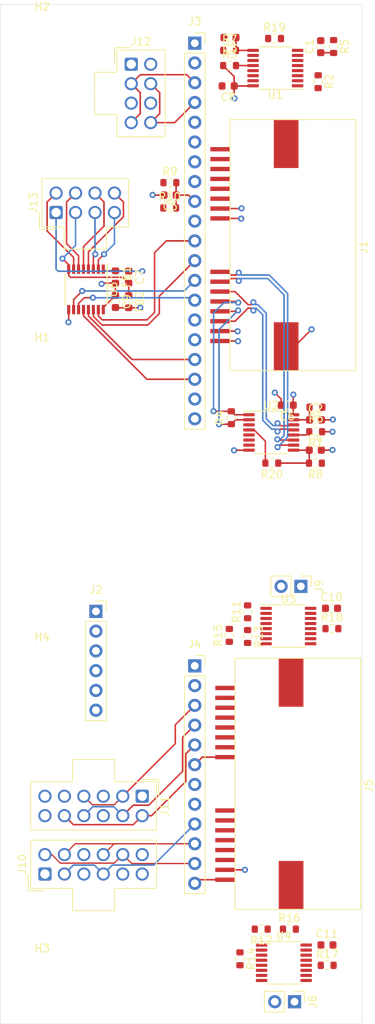
<source format=kicad_pcb>
(kicad_pcb (version 20171130) (host pcbnew "(5.1.7)-1")
  (layers (0 F.Cu signal) (1 In1.Cu power hide) (2 In2.Cu power hide) (31 B.Cu signal) (34 B.Paste user) (35 F.Paste user) (36 B.SilkS user) (37 F.SilkS user) (38 B.Mask user) (39 F.Mask user) (44 Edge.Cuts user))
  (net 0 "")
  (net 1 GNDD)
  (net 2 /CLK_1)
  (net 3 /CLK_2)
  (net 4 /CSn_1)
  (net 5 /CSn_2)
  (net 6 /MISO)
  (net 7 /CSn_1+)
  (net 8 /CLK_1+)
  (net 9 /MISO_1+)
  (net 10 +5V)
  (net 11 /CSn_1-)
  (net 12 /MISO_1-)
  (net 13 /CLK_1-)
  (net 14 /+3.3V)
  (net 15 /SCK)
  (net 16 /GPIO1)
  (net 17 /GPIO2)
  (net 18 /GPIO3)
  (net 19 /GPIO4)
  (net 20 /GPIO5)
  (net 21 /GPIO6)
  (net 22 /GPIO7)
  (net 23 /GPIO8)
  (net 24 /M1_A)
  (net 25 /M1_B)
  (net 26 /M1_Z)
  (net 27 /M0_A)
  (net 28 /M0_B)
  (net 29 /M0_Z)
  (net 30 /CLK_2-)
  (net 31 /MISO_2-)
  (net 32 /CSn_2-)
  (net 33 /MISO_2+)
  (net 34 /CLK_2+)
  (net 35 /CSn_2+)
  (net 36 "Net-(R1-Pad2)")
  (net 37 "Net-(R3-Pad2)")
  (net 38 /MISO_1)
  (net 39 /MISO_2)
  (net 40 /ENC0_B+)
  (net 41 /ENC0_Z-)
  (net 42 /ENC0_A-)
  (net 43 /ENC0_Z+)
  (net 44 /ENC0_B-)
  (net 45 /ENC0_A+)
  (net 46 /ENC1_A+)
  (net 47 /ENC1_B-)
  (net 48 /ENC1_Z+)
  (net 49 /ENC1_A-)
  (net 50 /ENC1_Z-)
  (net 51 /ENC1_B+)
  (net 52 "Net-(J8-Pad1)")
  (net 53 "Net-(J9-Pad1)")
  (net 54 /CAN_H)
  (net 55 /CAN_L)
  (net 56 GND1)
  (net 57 VDD1)
  (net 58 /ISO_DIR_2)
  (net 59 /ISO_STEP_2)
  (net 60 /ISO_UART_RX)
  (net 61 /ISO_UART_TX)
  (net 62 /ISO_DIR_1)
  (net 63 /ISO_STEP_1)
  (net 64 "Net-(R19-Pad2)")
  (net 65 "Net-(R20-Pad2)")
  (module Wetmelon:RJ45_RJSSE5380-02 (layer F.Cu) (at 128.27 88.265 90)
    (fp_text reference J1 (at 12.065 18.415 90) (layer F.SilkS))
    (fp_text value RJ45_Shielded_x2)
    (pad SH smd rect (at -0.6985 8.4709 90) (size 6.223 3.175) (layers F.Cu F.Paste F.Mask) (net 1 GNDD))
    (pad SH smd rect (at 25.3365 8.4709 90) (size 6.223 3.175) (layers F.Cu F.Paste F.Mask) (net 1 GNDD))
    (pad "" np_thru_hole circle (at 26.543 13.0556 90) (size 2.6924 2.6924) (drill 2.6924) (layers *.Cu *.Mask))
    (pad "" np_thru_hole circle (at -1.905 13.0556 90) (size 2.6924 2.6924) (drill 2.6924) (layers *.Cu *.Mask))
    (pad 7 smd rect (at 17.018 0 90) (size 0.5588 2.54) (layers F.Cu F.Paste F.Mask) (net 10 +5V))
    (pad 2 smd rect (at 23.368 0 90) (size 0.5588 2.54) (layers F.Cu F.Paste F.Mask) (net 11 /CSn_1-))
    (pad 4 smd rect (at 20.828 0 90) (size 0.5588 2.54) (layers F.Cu F.Paste F.Mask) (net 12 /MISO_1-))
    (pad 8 smd rect (at 15.748 0 90) (size 0.5588 2.54) (layers F.Cu F.Paste F.Mask) (net 1 GNDD))
    (pad 1 smd rect (at 24.638 0 90) (size 0.5588 2.54) (layers F.Cu F.Paste F.Mask) (net 7 /CSn_1+))
    (pad 5 smd rect (at 19.558 0 90) (size 0.5588 2.54) (layers F.Cu F.Paste F.Mask) (net 9 /MISO_1+))
    (pad 3 smd rect (at 22.098 0 90) (size 0.5588 2.54) (layers F.Cu F.Paste F.Mask) (net 8 /CLK_1+))
    (pad 6 smd rect (at 18.288 0 90) (size 0.5588 2.54) (layers F.Cu F.Paste F.Mask) (net 13 /CLK_1-))
    (pad 16 smd rect (at 0 0 90) (size 0.5588 2.54) (layers F.Cu F.Paste F.Mask) (net 1 GNDD))
    (pad 15 smd rect (at 1.27 0 90) (size 0.5588 2.54) (layers F.Cu F.Paste F.Mask) (net 10 +5V))
    (pad 14 smd rect (at 2.54 0 90) (size 0.5588 2.54) (layers F.Cu F.Paste F.Mask) (net 30 /CLK_2-))
    (pad 13 smd rect (at 3.81 0 90) (size 0.5588 2.54) (layers F.Cu F.Paste F.Mask) (net 33 /MISO_2+))
    (pad 12 smd rect (at 5.08 0 90) (size 0.5588 2.54) (layers F.Cu F.Paste F.Mask) (net 31 /MISO_2-))
    (pad 11 smd rect (at 6.35 0 90) (size 0.5588 2.54) (layers F.Cu F.Paste F.Mask) (net 34 /CLK_2+))
    (pad 10 smd rect (at 7.62 0 90) (size 0.5588 2.54) (layers F.Cu F.Paste F.Mask) (net 32 /CSn_2-))
    (pad 9 smd rect (at 8.89 0 90) (size 0.5588 2.54) (layers F.Cu F.Paste F.Mask) (net 35 /CSn_2+))
  )
  (module Wetmelon:RJ45_RJSSE5380-02 (layer F.Cu) (at 128.905 157.48 90)
    (fp_text reference J5 (at 12.065 18.415 90) (layer F.SilkS))
    (fp_text value RJ45_Shielded_x2)
    (pad SH smd rect (at -3.81 10.0584 90) (size 6.223 3.175) (drill (offset 3.1115 -1.5875)) (layers F.Cu F.Paste F.Mask) (net 1 GNDD))
    (pad SH smd rect (at 22.225 10.0584 90) (size 6.223 3.175) (drill (offset 3.1115 -1.5875)) (layers F.Cu F.Paste F.Mask) (net 1 GNDD))
    (pad "" np_thru_hole circle (at 26.543 13.0556 90) (size 2.6924 2.6924) (drill 2.6924) (layers *.Cu *.Mask))
    (pad "" np_thru_hole circle (at -1.905 13.0556 90) (size 2.6924 2.6924) (drill 2.6924) (layers *.Cu *.Mask))
    (pad 7 smd rect (at 17.018 0 90) (size 0.5588 2.54) (layers F.Cu F.Paste F.Mask) (net 10 +5V))
    (pad 2 smd rect (at 23.368 0 90) (size 0.5588 2.54) (layers F.Cu F.Paste F.Mask) (net 42 /ENC0_A-))
    (pad 4 smd rect (at 20.828 0 90) (size 0.5588 2.54) (layers F.Cu F.Paste F.Mask) (net 41 /ENC0_Z-))
    (pad 8 smd rect (at 15.748 0 90) (size 0.5588 2.54) (layers F.Cu F.Paste F.Mask) (net 1 GNDD))
    (pad 1 smd rect (at 24.638 0 90) (size 0.5588 2.54) (layers F.Cu F.Paste F.Mask) (net 45 /ENC0_A+))
    (pad 5 smd rect (at 19.558 0 90) (size 0.5588 2.54) (layers F.Cu F.Paste F.Mask) (net 43 /ENC0_Z+))
    (pad 3 smd rect (at 22.098 0 90) (size 0.5588 2.54) (layers F.Cu F.Paste F.Mask) (net 40 /ENC0_B+))
    (pad 6 smd rect (at 18.288 0 90) (size 0.5588 2.54) (layers F.Cu F.Paste F.Mask) (net 44 /ENC0_B-))
    (pad 16 smd rect (at 0 0 90) (size 0.5588 2.54) (layers F.Cu F.Paste F.Mask) (net 1 GNDD))
    (pad 15 smd rect (at 1.27 0 90) (size 0.5588 2.54) (layers F.Cu F.Paste F.Mask) (net 10 +5V))
    (pad 14 smd rect (at 2.54 0 90) (size 0.5588 2.54) (layers F.Cu F.Paste F.Mask) (net 47 /ENC1_B-))
    (pad 13 smd rect (at 3.81 0 90) (size 0.5588 2.54) (layers F.Cu F.Paste F.Mask) (net 48 /ENC1_Z+))
    (pad 12 smd rect (at 5.08 0 90) (size 0.5588 2.54) (layers F.Cu F.Paste F.Mask) (net 50 /ENC1_Z-))
    (pad 11 smd rect (at 6.35 0 90) (size 0.5588 2.54) (layers F.Cu F.Paste F.Mask) (net 51 /ENC1_B+))
    (pad 10 smd rect (at 7.62 0 90) (size 0.5588 2.54) (layers F.Cu F.Paste F.Mask) (net 49 /ENC1_A-))
    (pad 9 smd rect (at 8.89 0 90) (size 0.5588 2.54) (layers F.Cu F.Paste F.Mask) (net 46 /ENC1_A+))
  )
  (module Package_SO:SSOP-16_3.9x4.9mm_P0.635mm (layer F.Cu) (at 111.0234 81.6356 270)
    (fp_text reference U6 (at 0 -3.5 90) (layer F.SilkS))
    (fp_text value ISO7761DBQ)
    (pad 16 smd rect (at 2.6 -2.2225 270) (size 1.2 0.4) (layers F.Cu F.Paste F.Mask) (net 10 +5V))
    (pad 15 smd rect (at 2.6 -1.5875 270) (size 1.2 0.4) (layers F.Cu F.Paste F.Mask) (net 16 /GPIO1))
    (pad 14 smd rect (at 2.6 -0.9525 270) (size 1.2 0.4) (layers F.Cu F.Paste F.Mask) (net 17 /GPIO2))
    (pad 13 smd rect (at 2.6 -0.3175 270) (size 1.2 0.4) (layers F.Cu F.Paste F.Mask) (net 22 /GPIO7))
    (pad 12 smd rect (at 2.6 0.3175 270) (size 1.2 0.4) (layers F.Cu F.Paste F.Mask) (net 23 /GPIO8))
    (pad 11 smd rect (at 2.6 0.9525 270) (size 1.2 0.4) (layers F.Cu F.Paste F.Mask) (net 19 /GPIO4))
    (pad 10 smd rect (at 2.6 1.5875 270) (size 1.2 0.4) (layers F.Cu F.Paste F.Mask) (net 18 /GPIO3))
    (pad 9 smd rect (at 2.6 2.2225 270) (size 1.2 0.4) (layers F.Cu F.Paste F.Mask) (net 1 GNDD))
    (pad 8 smd rect (at -2.6 2.2225 270) (size 1.2 0.4) (layers F.Cu F.Paste F.Mask) (net 56 GND1))
    (pad 7 smd rect (at -2.6 1.5875 270) (size 1.2 0.4) (layers F.Cu F.Paste F.Mask) (net 61 /ISO_UART_TX))
    (pad 6 smd rect (at -2.6 0.9525 270) (size 1.2 0.4) (layers F.Cu F.Paste F.Mask) (net 60 /ISO_UART_RX))
    (pad 5 smd rect (at -2.6 0.3175 270) (size 1.2 0.4) (layers F.Cu F.Paste F.Mask) (net 58 /ISO_DIR_2))
    (pad 4 smd rect (at -2.6 -0.3175 270) (size 1.2 0.4) (layers F.Cu F.Paste F.Mask) (net 59 /ISO_STEP_2))
    (pad 3 smd rect (at -2.6 -0.9525 270) (size 1.2 0.4) (layers F.Cu F.Paste F.Mask) (net 62 /ISO_DIR_1))
    (pad 2 smd rect (at -2.6 -1.5875 270) (size 1.2 0.4) (layers F.Cu F.Paste F.Mask) (net 63 /ISO_STEP_1))
    (pad 1 smd rect (at -2.6 -2.2225 270) (size 1.2 0.4) (layers F.Cu F.Paste F.Mask) (net 57 VDD1))
  )
  (module Resistor_SMD:R_0603_1608Metric (layer F.Cu) (at 134.8994 103.95204 180)
    (fp_text reference R20 (at 0 -1.43 180) (layer F.SilkS))
    (fp_text value 0R)
    (pad 2 smd roundrect (at 0.825 0 180) (size 0.8 0.95) (layers F.Cu F.Paste F.Mask) (net 65 "Net-(R20-Pad2)"))
    (pad 1 smd roundrect (at -0.825 0 180) (size 0.8 0.95) (layers F.Cu F.Paste F.Mask) (net 5 /CSn_2))
  )
  (module Resistor_SMD:R_0603_1608Metric (layer F.Cu) (at 135.255 49.403)
    (fp_text reference R19 (at 0 -1.43 180) (layer F.SilkS))
    (fp_text value 0R)
    (pad 2 smd roundrect (at 0.825 0) (size 0.8 0.95) (layers F.Cu F.Paste F.Mask) (net 64 "Net-(R19-Pad2)"))
    (pad 1 smd roundrect (at -0.825 0) (size 0.8 0.95) (layers F.Cu F.Paste F.Mask) (net 4 /CSn_1))
  )
  (module Resistor_SMD:R_0603_1608Metric (layer F.Cu) (at 142.621 125.222)
    (fp_text reference R18 (at 0 -1.43) (layer F.SilkS))
    (fp_text value 3.3k)
    (pad 2 smd roundrect (at 0.825 0) (size 0.8 0.95) (layers F.Cu F.Paste F.Mask) (net 10 +5V))
    (pad 1 smd roundrect (at -0.825 0) (size 0.8 0.95) (layers F.Cu F.Paste F.Mask) (net 53 "Net-(J9-Pad1)"))
  )
  (module Resistor_SMD:R_0603_1608Metric (layer F.Cu) (at 142.0114 168.4782)
    (fp_text reference R17 (at 0 -1.43) (layer F.SilkS))
    (fp_text value 3.3k)
    (pad 2 smd roundrect (at 0.825 0) (size 0.8 0.95) (layers F.Cu F.Paste F.Mask) (net 10 +5V))
    (pad 1 smd roundrect (at -0.825 0) (size 0.8 0.95) (layers F.Cu F.Paste F.Mask) (net 52 "Net-(J8-Pad1)"))
  )
  (module Connector_Molex:Molex_Nano-Fit_105310-xx08_2x04_P2.50mm_Vertical (layer F.Cu) (at 107.182 71.754 90)
    (fp_text reference J13 (at 1.25 -2.92 90) (layer F.SilkS))
    (fp_text value ISO_GPIO)
    (pad "" np_thru_hole circle (at -1.34 3.75 90) (size 1.3 1.3) (drill 1.3) (layers *.Cu *.Mask))
    (pad 8 thru_hole circle (at 2.5 7.5 90) (size 1.7 1.7) (drill 1.2) (layers *.Cu *.Mask) (net 59 /ISO_STEP_2))
    (pad 7 thru_hole circle (at 2.5 5 90) (size 1.7 1.7) (drill 1.2) (layers *.Cu *.Mask) (net 58 /ISO_DIR_2))
    (pad 6 thru_hole circle (at 2.5 2.5 90) (size 1.7 1.7) (drill 1.2) (layers *.Cu *.Mask) (net 60 /ISO_UART_RX))
    (pad 5 thru_hole circle (at 2.5 0 90) (size 1.7 1.7) (drill 1.2) (layers *.Cu *.Mask) (net 61 /ISO_UART_TX))
    (pad 4 thru_hole circle (at 0 7.5 90) (size 1.7 1.7) (drill 1.2) (layers *.Cu *.Mask) (net 63 /ISO_STEP_1))
    (pad 3 thru_hole circle (at 0 5 90) (size 1.7 1.7) (drill 1.2) (layers *.Cu *.Mask) (net 62 /ISO_DIR_1))
    (pad 2 thru_hole circle (at 0 2.5 90) (size 1.7 1.7) (drill 1.2) (layers *.Cu *.Mask) (net 56 GND1))
    (pad 1 thru_hole roundrect (at 0 0 90) (size 1.7 1.7) (drill 1.2) (layers *.Cu *.Mask) (roundrect_rratio 0.147059) (net 57 VDD1))
  )
  (module Connector_PinHeader_2.54mm:PinHeader_1x02_P2.54mm_Vertical (layer F.Cu) (at 138.6332 119.7864 270)
    (fp_text reference J9 (at 0 -2.33 90) (layer F.SilkS))
    (fp_text value Jumper)
    (pad 2 thru_hole oval (at 0 2.54 270) (size 1.7 1.7) (drill 1) (layers *.Cu *.Mask) (net 1 GNDD))
    (pad 1 thru_hole rect (at 0 0 270) (size 1.7 1.7) (drill 1) (layers *.Cu *.Mask) (net 53 "Net-(J9-Pad1)"))
  )
  (module Connector_PinHeader_2.54mm:PinHeader_1x02_P2.54mm_Vertical (layer F.Cu) (at 137.8204 173.1518 270)
    (fp_text reference J8 (at 0 -2.33 90) (layer F.SilkS))
    (fp_text value Jumper)
    (pad 2 thru_hole oval (at 0 2.54 270) (size 1.7 1.7) (drill 1) (layers *.Cu *.Mask) (net 1 GNDD))
    (pad 1 thru_hole rect (at 0 0 270) (size 1.7 1.7) (drill 1) (layers *.Cu *.Mask) (net 52 "Net-(J8-Pad1)"))
  )
  (module Inductor_SMD:L_0603_1608Metric (layer F.Cu) (at 116.5098 83.2104 270)
    (fp_text reference FB2 (at 0 -1.43 90) (layer F.SilkS))
    (fp_text value 1kR)
    (pad 2 smd roundrect (at 0.7875 0 270) (size 0.875 0.95) (layers F.Cu F.Paste F.Mask) (net 1 GNDD))
    (pad 1 smd roundrect (at -0.7875 0 270) (size 0.875 0.95) (layers F.Cu F.Paste F.Mask) (net 56 GND1))
  )
  (module Inductor_SMD:L_0603_1608Metric (layer F.Cu) (at 114.808 80.0355 270)
    (fp_text reference FB1 (at 0 -1.43 90) (layer F.SilkS))
    (fp_text value 1kR)
    (pad 2 smd roundrect (at 0.7875 0 270) (size 0.875 0.95) (layers F.Cu F.Paste F.Mask) (net 10 +5V))
    (pad 1 smd roundrect (at -0.7875 0 270) (size 0.875 0.95) (layers F.Cu F.Paste F.Mask) (net 57 VDD1))
  )
  (module Capacitor_SMD:C_0603_1608Metric (layer F.Cu) (at 141.986 165.862)
    (fp_text reference C11 (at 0 -1.43) (layer F.SilkS))
    (fp_text value 100nF)
    (pad 2 smd roundrect (at 0.775 0) (size 0.9 0.95) (layers F.Cu F.Paste F.Mask) (net 1 GNDD))
    (pad 1 smd roundrect (at -0.775 0) (size 0.9 0.95) (layers F.Cu F.Paste F.Mask) (net 10 +5V))
  )
  (module Capacitor_SMD:C_0603_1608Metric (layer F.Cu) (at 142.5702 122.6058)
    (fp_text reference C10 (at 0 -1.43) (layer F.SilkS))
    (fp_text value 100nF)
    (pad 2 smd roundrect (at 0.775 0) (size 0.9 0.95) (layers F.Cu F.Paste F.Mask) (net 1 GNDD))
    (pad 1 smd roundrect (at -0.775 0) (size 0.9 0.95) (layers F.Cu F.Paste F.Mask) (net 10 +5V))
  )
  (module Capacitor_SMD:C_0603_1608Metric (layer F.Cu) (at 114.808 83.185 270)
    (fp_text reference C9 (at 0 -1.43 90) (layer F.SilkS))
    (fp_text value 100nF)
    (pad 2 smd roundrect (at 0.775 0 270) (size 0.9 0.95) (layers F.Cu F.Paste F.Mask) (net 1 GNDD))
    (pad 1 smd roundrect (at -0.775 0 270) (size 0.9 0.95) (layers F.Cu F.Paste F.Mask) (net 10 +5V))
  )
  (module Capacitor_SMD:C_0603_1608Metric (layer F.Cu) (at 129.286 55.499 180)
    (fp_text reference C8 (at 0 -1.43) (layer F.SilkS))
    (fp_text value 100nF)
    (pad 2 smd roundrect (at 0.775 0 180) (size 0.9 0.95) (layers F.Cu F.Paste F.Mask) (net 1 GNDD))
    (pad 1 smd roundrect (at -0.775 0 180) (size 0.9 0.95) (layers F.Cu F.Paste F.Mask) (net 10 +5V))
  )
  (module Capacitor_SMD:C_0603_1608Metric (layer F.Cu) (at 116.5098 80.0608 270)
    (fp_text reference C7 (at 0 -1.43 90) (layer F.SilkS))
    (fp_text value 100nF)
    (pad 2 smd roundrect (at 0.775 0 270) (size 0.9 0.95) (layers F.Cu F.Paste F.Mask) (net 56 GND1))
    (pad 1 smd roundrect (at -0.775 0 270) (size 0.9 0.95) (layers F.Cu F.Paste F.Mask) (net 57 VDD1))
  )
  (module Capacitor_SMD:C_0603_1608Metric (layer F.Cu) (at 136.8806 96.50984 180)
    (fp_text reference C6 (at 0 -1.43 180) (layer F.SilkS))
    (fp_text value 100nF)
    (pad 2 smd roundrect (at 0.775 0 180) (size 0.9 0.95) (layers F.Cu F.Paste F.Mask) (net 1 GNDD))
    (pad 1 smd roundrect (at -0.775 0 180) (size 0.9 0.95) (layers F.Cu F.Paste F.Mask) (net 10 +5V))
  )
  (module Connector_Molex:Molex_Nano-Fit_105310-xx08_2x04_P2.50mm_Vertical (layer F.Cu) (at 116.84 52.705)
    (fp_text reference J12 (at 1.25 -2.92) (layer F.SilkS))
    (fp_text value CAN_Header)
    (pad "" np_thru_hole circle (at -1.34 3.75) (size 1.3 1.3) (drill 1.3) (layers *.Cu *.Mask))
    (pad 8 thru_hole circle (at 2.5 7.5) (size 1.7 1.7) (drill 1.2) (layers *.Cu *.Mask) (net 55 /CAN_L))
    (pad 7 thru_hole circle (at 2.5 5) (size 1.7 1.7) (drill 1.2) (layers *.Cu *.Mask) (net 1 GNDD))
    (pad 6 thru_hole circle (at 2.5 2.5) (size 1.7 1.7) (drill 1.2) (layers *.Cu *.Mask) (net 55 /CAN_L))
    (pad 5 thru_hole circle (at 2.5 0) (size 1.7 1.7) (drill 1.2) (layers *.Cu *.Mask) (net 1 GNDD))
    (pad 4 thru_hole circle (at 0 7.5) (size 1.7 1.7) (drill 1.2) (layers *.Cu *.Mask) (net 54 /CAN_H))
    (pad 3 thru_hole circle (at 0 5) (size 1.7 1.7) (drill 1.2) (layers *.Cu *.Mask) (net 10 +5V))
    (pad 2 thru_hole circle (at 0 2.5) (size 1.7 1.7) (drill 1.2) (layers *.Cu *.Mask) (net 54 /CAN_H))
    (pad 1 thru_hole roundrect (at 0 0) (size 1.7 1.7) (drill 1.2) (layers *.Cu *.Mask) (roundrect_rratio 0.147059) (net 10 +5V))
  )
  (module Connector_Molex:Molex_Nano-Fit_105310-xx12_2x06_P2.50mm_Vertical (layer F.Cu) (at 118.25 146.75 270)
    (fp_text reference J11 (at 1.25 -2.92 90) (layer F.SilkS))
    (fp_text value Encoder_1)
    (pad "" np_thru_hole circle (at -1.34 6.25 270) (size 1.3 1.3) (drill 1.3) (layers *.Cu *.Mask))
    (pad 12 thru_hole circle (at 2.5 12.5 270) (size 1.7 1.7) (drill 1.2) (layers *.Cu *.Mask))
    (pad 11 thru_hole circle (at 2.5 10 270) (size 1.7 1.7) (drill 1.2) (layers *.Cu *.Mask) (net 26 /M1_Z))
    (pad 10 thru_hole circle (at 2.5 7.5 270) (size 1.7 1.7) (drill 1.2) (layers *.Cu *.Mask) (net 25 /M1_B))
    (pad 9 thru_hole circle (at 2.5 5 270) (size 1.7 1.7) (drill 1.2) (layers *.Cu *.Mask) (net 1 GNDD))
    (pad 8 thru_hole circle (at 2.5 2.5 270) (size 1.7 1.7) (drill 1.2) (layers *.Cu *.Mask) (net 25 /M1_B))
    (pad 7 thru_hole circle (at 2.5 0 270) (size 1.7 1.7) (drill 1.2) (layers *.Cu *.Mask) (net 26 /M1_Z))
    (pad 6 thru_hole circle (at 0 12.5 270) (size 1.7 1.7) (drill 1.2) (layers *.Cu *.Mask))
    (pad 5 thru_hole circle (at 0 10 270) (size 1.7 1.7) (drill 1.2) (layers *.Cu *.Mask) (net 10 +5V))
    (pad 4 thru_hole circle (at 0 7.5 270) (size 1.7 1.7) (drill 1.2) (layers *.Cu *.Mask) (net 24 /M1_A))
    (pad 3 thru_hole circle (at 0 5 270) (size 1.7 1.7) (drill 1.2) (layers *.Cu *.Mask) (net 1 GNDD))
    (pad 2 thru_hole circle (at 0 2.5 270) (size 1.7 1.7) (drill 1.2) (layers *.Cu *.Mask) (net 24 /M1_A))
    (pad 1 thru_hole roundrect (at 0 0 270) (size 1.7 1.7) (drill 1.2) (layers *.Cu *.Mask) (roundrect_rratio 0.147059) (net 10 +5V))
  )
  (module Connector_Molex:Molex_Nano-Fit_105310-xx12_2x06_P2.50mm_Vertical (layer F.Cu) (at 105.75 156.75 90)
    (fp_text reference J10 (at 1.25 -2.92 90) (layer F.SilkS))
    (fp_text value Encoder_0)
    (pad "" np_thru_hole circle (at -1.34 6.25 90) (size 1.3 1.3) (drill 1.3) (layers *.Cu *.Mask))
    (pad 12 thru_hole circle (at 2.5 12.5 90) (size 1.7 1.7) (drill 1.2) (layers *.Cu *.Mask))
    (pad 11 thru_hole circle (at 2.5 10 90) (size 1.7 1.7) (drill 1.2) (layers *.Cu *.Mask) (net 29 /M0_Z))
    (pad 10 thru_hole circle (at 2.5 7.5 90) (size 1.7 1.7) (drill 1.2) (layers *.Cu *.Mask) (net 28 /M0_B))
    (pad 9 thru_hole circle (at 2.5 5 90) (size 1.7 1.7) (drill 1.2) (layers *.Cu *.Mask) (net 1 GNDD))
    (pad 8 thru_hole circle (at 2.5 2.5 90) (size 1.7 1.7) (drill 1.2) (layers *.Cu *.Mask) (net 28 /M0_B))
    (pad 7 thru_hole circle (at 2.5 0 90) (size 1.7 1.7) (drill 1.2) (layers *.Cu *.Mask) (net 29 /M0_Z))
    (pad 6 thru_hole circle (at 0 12.5 90) (size 1.7 1.7) (drill 1.2) (layers *.Cu *.Mask))
    (pad 5 thru_hole circle (at 0 10 90) (size 1.7 1.7) (drill 1.2) (layers *.Cu *.Mask) (net 10 +5V))
    (pad 4 thru_hole circle (at 0 7.5 90) (size 1.7 1.7) (drill 1.2) (layers *.Cu *.Mask) (net 27 /M0_A))
    (pad 3 thru_hole circle (at 0 5 90) (size 1.7 1.7) (drill 1.2) (layers *.Cu *.Mask) (net 1 GNDD))
    (pad 2 thru_hole circle (at 0 2.5 90) (size 1.7 1.7) (drill 1.2) (layers *.Cu *.Mask) (net 27 /M0_A))
    (pad 1 thru_hole roundrect (at 0 0 90) (size 1.7 1.7) (drill 1.2) (layers *.Cu *.Mask) (roundrect_rratio 0.147059) (net 10 +5V))
  )
  (module Capacitor_SMD:C_0603_1608Metric (layer F.Cu) (at 141.18844 50.4444 90)
    (fp_text reference C1 (at 0 -1.43 90) (layer F.SilkS))
    (fp_text value 22pF)
    (pad 2 smd roundrect (at 0.775 0 90) (size 0.9 0.95) (layers F.Cu F.Paste F.Mask) (net 1 GNDD))
    (pad 1 smd roundrect (at -0.775 0 90) (size 0.9 0.95) (layers F.Cu F.Paste F.Mask) (net 2 /CLK_1))
  )
  (module Capacitor_SMD:C_0603_1608Metric (layer F.Cu) (at 140.5128 98.3996)
    (fp_text reference C2 (at 0 -1.43) (layer F.SilkS))
    (fp_text value 22pF)
    (pad 1 smd roundrect (at -0.775 0) (size 0.9 0.95) (layers F.Cu F.Paste F.Mask) (net 3 /CLK_2))
    (pad 2 smd roundrect (at 0.775 0) (size 0.9 0.95) (layers F.Cu F.Paste F.Mask) (net 1 GNDD))
  )
  (module Capacitor_SMD:C_0603_1608Metric (layer F.Cu) (at 129.527 49.276 180)
    (fp_text reference C3 (at 0 -1.43) (layer F.SilkS))
    (fp_text value 22pF)
    (pad 1 smd roundrect (at -0.775 0 180) (size 0.9 0.95) (layers F.Cu F.Paste F.Mask) (net 4 /CSn_1))
    (pad 2 smd roundrect (at 0.775 0 180) (size 0.9 0.95) (layers F.Cu F.Paste F.Mask) (net 1 GNDD))
  )
  (module Capacitor_SMD:C_0603_1608Metric (layer F.Cu) (at 140.4874 102.2858)
    (fp_text reference C4 (at 0 -1.43) (layer F.SilkS))
    (fp_text value 22pF)
    (pad 2 smd roundrect (at 0.775 0) (size 0.9 0.95) (layers F.Cu F.Paste F.Mask) (net 1 GNDD))
    (pad 1 smd roundrect (at -0.775 0) (size 0.9 0.95) (layers F.Cu F.Paste F.Mask) (net 5 /CSn_2))
  )
  (module Capacitor_SMD:C_0603_1608Metric (layer F.Cu) (at 121.8308 69.5198 180)
    (fp_text reference C5 (at 0 -1.43) (layer F.SilkS))
    (fp_text value 22pF)
    (pad 1 smd roundrect (at -0.775 0 180) (size 0.9 0.95) (layers F.Cu F.Paste F.Mask) (net 6 /MISO))
    (pad 2 smd roundrect (at 0.775 0 180) (size 0.9 0.95) (layers F.Cu F.Paste F.Mask) (net 1 GNDD))
  )
  (module MountingHole:MountingHole_3.2mm_M3 (layer F.Cu) (at 105.4 92)
    (fp_text reference H1 (at 0 -4.2) (layer F.SilkS))
    (fp_text value MountingHole)
    (pad 1 np_thru_hole circle (at 0 0) (size 3.2 3.2) (drill 3.2) (layers *.Cu *.Mask))
  )
  (module MountingHole:MountingHole_3.2mm_M3 (layer F.Cu) (at 105.4 49.5)
    (fp_text reference H2 (at 0 -4.2) (layer F.SilkS))
    (fp_text value MountingHole)
    (pad 1 np_thru_hole circle (at 0 0) (size 3.2 3.2) (drill 3.2) (layers *.Cu *.Mask))
  )
  (module MountingHole:MountingHole_3.2mm_M3 (layer F.Cu) (at 105.4 170.5)
    (fp_text reference H3 (at 0 -4.2) (layer F.SilkS))
    (fp_text value MountingHole)
    (pad 1 np_thru_hole circle (at 0 0) (size 3.2 3.2) (drill 3.2) (layers *.Cu *.Mask))
  )
  (module MountingHole:MountingHole_3.2mm_M3 (layer F.Cu) (at 105.4 130.5)
    (fp_text reference H4 (at 0 -4.2) (layer F.SilkS))
    (fp_text value MountingHole)
    (pad 1 np_thru_hole circle (at 0 0) (size 3.2 3.2) (drill 3.2) (layers *.Cu *.Mask))
  )
  (module Connector_PinSocket_2.54mm:PinSocket_1x06_P2.54mm_Vertical (layer F.Cu) (at 112.3 123)
    (fp_text reference J2 (at 0 -2.77) (layer F.SilkS))
    (fp_text value Conn_01x06)
    (pad 1 thru_hole rect (at 0 0) (size 1.7 1.7) (drill 1) (layers *.Cu *.Mask) (net 10 +5V))
    (pad 2 thru_hole oval (at 0 2.54) (size 1.7 1.7) (drill 1) (layers *.Cu *.Mask) (net 14 /+3.3V))
    (pad 3 thru_hole oval (at 0 5.08) (size 1.7 1.7) (drill 1) (layers *.Cu *.Mask))
    (pad 4 thru_hole oval (at 0 7.62) (size 1.7 1.7) (drill 1) (layers *.Cu *.Mask) (net 1 GNDD))
    (pad 5 thru_hole oval (at 0 10.16) (size 1.7 1.7) (drill 1) (layers *.Cu *.Mask))
    (pad 6 thru_hole oval (at 0 12.7) (size 1.7 1.7) (drill 1) (layers *.Cu *.Mask))
  )
  (module Connector_PinSocket_2.54mm:PinSocket_1x20_P2.54mm_Vertical (layer F.Cu) (at 125 50)
    (fp_text reference J3 (at 0 -2.77) (layer F.SilkS))
    (fp_text value Conn_01x20)
    (pad 1 thru_hole rect (at 0 0) (size 1.7 1.7) (drill 1) (layers *.Cu *.Mask) (net 14 /+3.3V))
    (pad 2 thru_hole oval (at 0 2.54) (size 1.7 1.7) (drill 1) (layers *.Cu *.Mask) (net 1 GNDD))
    (pad 3 thru_hole oval (at 0 5.08) (size 1.7 1.7) (drill 1) (layers *.Cu *.Mask) (net 54 /CAN_H))
    (pad 4 thru_hole oval (at 0 7.62) (size 1.7 1.7) (drill 1) (layers *.Cu *.Mask) (net 55 /CAN_L))
    (pad 5 thru_hole oval (at 0 10.16) (size 1.7 1.7) (drill 1) (layers *.Cu *.Mask) (net 1 GNDD))
    (pad 6 thru_hole oval (at 0 12.7) (size 1.7 1.7) (drill 1) (layers *.Cu *.Mask))
    (pad 7 thru_hole oval (at 0 15.24) (size 1.7 1.7) (drill 1) (layers *.Cu *.Mask))
    (pad 8 thru_hole oval (at 0 17.78) (size 1.7 1.7) (drill 1) (layers *.Cu *.Mask) (net 15 /SCK))
    (pad 9 thru_hole oval (at 0 20.32) (size 1.7 1.7) (drill 1) (layers *.Cu *.Mask) (net 6 /MISO))
    (pad 10 thru_hole oval (at 0 22.86) (size 1.7 1.7) (drill 1) (layers *.Cu *.Mask))
    (pad 11 thru_hole oval (at 0 25.4) (size 1.7 1.7) (drill 1) (layers *.Cu *.Mask) (net 16 /GPIO1))
    (pad 12 thru_hole oval (at 0 27.94) (size 1.7 1.7) (drill 1) (layers *.Cu *.Mask) (net 17 /GPIO2))
    (pad 13 thru_hole oval (at 0 30.48) (size 1.7 1.7) (drill 1) (layers *.Cu *.Mask) (net 18 /GPIO3))
    (pad 14 thru_hole oval (at 0 33.02) (size 1.7 1.7) (drill 1) (layers *.Cu *.Mask) (net 19 /GPIO4))
    (pad 15 thru_hole oval (at 0 35.56) (size 1.7 1.7) (drill 1) (layers *.Cu *.Mask) (net 20 /GPIO5))
    (pad 16 thru_hole oval (at 0 38.1) (size 1.7 1.7) (drill 1) (layers *.Cu *.Mask) (net 21 /GPIO6))
    (pad 17 thru_hole oval (at 0 40.64) (size 1.7 1.7) (drill 1) (layers *.Cu *.Mask) (net 22 /GPIO7))
    (pad 18 thru_hole oval (at 0 43.18) (size 1.7 1.7) (drill 1) (layers *.Cu *.Mask) (net 23 /GPIO8))
    (pad 19 thru_hole oval (at 0 45.72) (size 1.7 1.7) (drill 1) (layers *.Cu *.Mask) (net 1 GNDD))
    (pad 20 thru_hole oval (at 0 48.26) (size 1.7 1.7) (drill 1) (layers *.Cu *.Mask) (net 1 GNDD))
  )
  (module Connector_PinSocket_2.54mm:PinSocket_1x12_P2.54mm_Vertical (layer F.Cu) (at 125 130)
    (fp_text reference J4 (at 0 -2.77) (layer F.SilkS))
    (fp_text value Conn_01x12)
    (pad 1 thru_hole rect (at 0 0) (size 1.7 1.7) (drill 1) (layers *.Cu *.Mask) (net 14 /+3.3V))
    (pad 2 thru_hole oval (at 0 2.54) (size 1.7 1.7) (drill 1) (layers *.Cu *.Mask) (net 10 +5V))
    (pad 3 thru_hole oval (at 0 5.08) (size 1.7 1.7) (drill 1) (layers *.Cu *.Mask) (net 24 /M1_A))
    (pad 4 thru_hole oval (at 0 7.62) (size 1.7 1.7) (drill 1) (layers *.Cu *.Mask) (net 25 /M1_B))
    (pad 5 thru_hole oval (at 0 10.16) (size 1.7 1.7) (drill 1) (layers *.Cu *.Mask) (net 26 /M1_Z))
    (pad 6 thru_hole oval (at 0 12.7) (size 1.7 1.7) (drill 1) (layers *.Cu *.Mask) (net 1 GNDD))
    (pad 7 thru_hole oval (at 0 15.24) (size 1.7 1.7) (drill 1) (layers *.Cu *.Mask) (net 14 /+3.3V))
    (pad 8 thru_hole oval (at 0 17.78) (size 1.7 1.7) (drill 1) (layers *.Cu *.Mask) (net 10 +5V))
    (pad 9 thru_hole oval (at 0 20.32) (size 1.7 1.7) (drill 1) (layers *.Cu *.Mask) (net 27 /M0_A))
    (pad 10 thru_hole oval (at 0 22.86) (size 1.7 1.7) (drill 1) (layers *.Cu *.Mask) (net 28 /M0_B))
    (pad 11 thru_hole oval (at 0 25.4) (size 1.7 1.7) (drill 1) (layers *.Cu *.Mask) (net 29 /M0_Z))
    (pad 12 thru_hole oval (at 0 27.94) (size 1.7 1.7) (drill 1) (layers *.Cu *.Mask) (net 1 GNDD))
  )
  (module Resistor_SMD:R_0603_1608Metric (layer F.Cu) (at 140.5382 99.9236 180)
    (fp_text reference R1 (at 0 -1.43 180) (layer F.SilkS))
    (fp_text value 3.3k)
    (pad 2 smd roundrect (at 0.825 0 180) (size 0.8 0.95) (layers F.Cu F.Paste F.Mask) (net 36 "Net-(R1-Pad2)"))
    (pad 1 smd roundrect (at -0.825 0 180) (size 0.8 0.95) (layers F.Cu F.Paste F.Mask) (net 10 +5V))
  )
  (module Resistor_SMD:R_0603_1608Metric (layer F.Cu) (at 140.855 54.95 270)
    (fp_text reference R2 (at 0 -1.43 270) (layer F.SilkS))
    (fp_text value 100)
    (pad 1 smd roundrect (at -0.825 0 270) (size 0.8 0.95) (layers F.Cu F.Paste F.Mask) (net 9 /MISO_1+))
    (pad 2 smd roundrect (at 0.825 0 270) (size 0.8 0.95) (layers F.Cu F.Paste F.Mask) (net 12 /MISO_1-))
  )
  (module Resistor_SMD:R_0603_1608Metric (layer F.Cu) (at 129.475 52.875)
    (fp_text reference R3 (at 0 -1.43) (layer F.SilkS))
    (fp_text value 3.3k)
    (pad 1 smd roundrect (at -0.825 0) (size 0.8 0.95) (layers F.Cu F.Paste F.Mask) (net 10 +5V))
    (pad 2 smd roundrect (at 0.825 0) (size 0.8 0.95) (layers F.Cu F.Paste F.Mask) (net 37 "Net-(R3-Pad2)"))
  )
  (module Resistor_SMD:R_0603_1608Metric (layer F.Cu) (at 129.6924 98.1202 90)
    (fp_text reference R4 (at 0 -1.43 270) (layer F.SilkS))
    (fp_text value 100)
    (pad 1 smd roundrect (at -0.825 0 90) (size 0.8 0.95) (layers F.Cu F.Paste F.Mask) (net 33 /MISO_2+))
    (pad 2 smd roundrect (at 0.825 0 90) (size 0.8 0.95) (layers F.Cu F.Paste F.Mask) (net 31 /MISO_2-))
  )
  (module Resistor_SMD:R_0603_1608Metric (layer F.Cu) (at 142.83944 50.4312 270)
    (fp_text reference R5 (at 0 -1.43 270) (layer F.SilkS))
    (fp_text value 680)
    (pad 1 smd roundrect (at -0.825 0 270) (size 0.8 0.95) (layers F.Cu F.Paste F.Mask) (net 15 /SCK))
    (pad 2 smd roundrect (at 0.825 0 270) (size 0.8 0.95) (layers F.Cu F.Paste F.Mask) (net 2 /CLK_1))
  )
  (module Resistor_SMD:R_0603_1608Metric (layer F.Cu) (at 140.5758 96.774 180)
    (fp_text reference R6 (at 0 -1.43 180) (layer F.SilkS))
    (fp_text value 680)
    (pad 1 smd roundrect (at -0.825 0 180) (size 0.8 0.95) (layers F.Cu F.Paste F.Mask) (net 15 /SCK))
    (pad 2 smd roundrect (at 0.825 0 180) (size 0.8 0.95) (layers F.Cu F.Paste F.Mask) (net 3 /CLK_2))
  )
  (module Resistor_SMD:R_0603_1608Metric (layer F.Cu) (at 129.477 50.927)
    (fp_text reference R7 (at 0 -1.43) (layer F.SilkS))
    (fp_text value 680)
    (pad 1 smd roundrect (at -0.825 0) (size 0.8 0.95) (layers F.Cu F.Paste F.Mask) (net 20 /GPIO5))
    (pad 2 smd roundrect (at 0.825 0) (size 0.8 0.95) (layers F.Cu F.Paste F.Mask) (net 4 /CSn_1))
  )
  (module Resistor_SMD:R_0603_1608Metric (layer F.Cu) (at 140.50264 103.9622 180)
    (fp_text reference R8 (at 0 -1.43 180) (layer F.SilkS))
    (fp_text value 680)
    (pad 2 smd roundrect (at 0.825 0 180) (size 0.8 0.95) (layers F.Cu F.Paste F.Mask) (net 5 /CSn_2))
    (pad 1 smd roundrect (at -0.825 0 180) (size 0.8 0.95) (layers F.Cu F.Paste F.Mask) (net 21 /GPIO6))
  )
  (module Resistor_SMD:R_0603_1608Metric (layer F.Cu) (at 121.8062 67.9196)
    (fp_text reference R9 (at 0 -1.43 180) (layer F.SilkS))
    (fp_text value 680)
    (pad 2 smd roundrect (at 0.825 0) (size 0.8 0.95) (layers F.Cu F.Paste F.Mask) (net 6 /MISO))
    (pad 1 smd roundrect (at -0.825 0) (size 0.8 0.95) (layers F.Cu F.Paste F.Mask) (net 38 /MISO_1))
  )
  (module Resistor_SMD:R_0603_1608Metric (layer F.Cu) (at 121.7808 71.1708)
    (fp_text reference R10 (at 0 -1.43) (layer F.SilkS))
    (fp_text value 680)
    (pad 2 smd roundrect (at 0.825 0) (size 0.8 0.95) (layers F.Cu F.Paste F.Mask) (net 6 /MISO))
    (pad 1 smd roundrect (at -0.825 0) (size 0.8 0.95) (layers F.Cu F.Paste F.Mask) (net 39 /MISO_2))
  )
  (module Package_SO:TSSOP-16_4.4x5mm_P0.65mm (layer F.Cu) (at 135.355 53.2 180)
    (fp_text reference U1 (at 0 -3.45 180) (layer F.SilkS))
    (fp_text value SN75C1167)
    (pad 1 smd roundrect (at -2.8625 -2.275 180) (size 1.475 0.4) (layers F.Cu F.Paste F.Mask) (net 12 /MISO_1-))
    (pad 2 smd roundrect (at -2.8625 -1.625 180) (size 1.475 0.4) (layers F.Cu F.Paste F.Mask) (net 9 /MISO_1+))
    (pad 3 smd roundrect (at -2.8625 -0.975 180) (size 1.475 0.4) (layers F.Cu F.Paste F.Mask) (net 38 /MISO_1))
    (pad 4 smd roundrect (at -2.8625 -0.325 180) (size 1.475 0.4) (layers F.Cu F.Paste F.Mask) (net 64 "Net-(R19-Pad2)"))
    (pad 5 smd roundrect (at -2.8625 0.325 180) (size 1.475 0.4) (layers F.Cu F.Paste F.Mask))
    (pad 6 smd roundrect (at -2.8625 0.975 180) (size 1.475 0.4) (layers F.Cu F.Paste F.Mask))
    (pad 7 smd roundrect (at -2.8625 1.625 180) (size 1.475 0.4) (layers F.Cu F.Paste F.Mask))
    (pad 8 smd roundrect (at -2.8625 2.275 180) (size 1.475 0.4) (layers F.Cu F.Paste F.Mask) (net 1 GNDD))
    (pad 9 smd roundrect (at 2.8625 2.275 180) (size 1.475 0.4) (layers F.Cu F.Paste F.Mask) (net 4 /CSn_1))
    (pad 10 smd roundrect (at 2.8625 1.625 180) (size 1.475 0.4) (layers F.Cu F.Paste F.Mask) (net 7 /CSn_1+))
    (pad 11 smd roundrect (at 2.8625 0.975 180) (size 1.475 0.4) (layers F.Cu F.Paste F.Mask) (net 11 /CSn_1-))
    (pad 12 smd roundrect (at 2.8625 0.325 180) (size 1.475 0.4) (layers F.Cu F.Paste F.Mask) (net 37 "Net-(R3-Pad2)"))
    (pad 13 smd roundrect (at 2.8625 -0.325 180) (size 1.475 0.4) (layers F.Cu F.Paste F.Mask) (net 13 /CLK_1-))
    (pad 14 smd roundrect (at 2.8625 -0.975 180) (size 1.475 0.4) (layers F.Cu F.Paste F.Mask) (net 8 /CLK_1+))
    (pad 15 smd roundrect (at 2.8625 -1.625 180) (size 1.475 0.4) (layers F.Cu F.Paste F.Mask) (net 2 /CLK_1))
    (pad 16 smd roundrect (at 2.8625 -2.275 180) (size 1.475 0.4) (layers F.Cu F.Paste F.Mask) (net 10 +5V))
  )
  (module Package_SO:TSSOP-16_4.4x5mm_P0.65mm (layer F.Cu) (at 134.8309 100.0142)
    (fp_text reference U2 (at 0 -3.45) (layer F.SilkS))
    (fp_text value SN75C1167)
    (pad 16 smd roundrect (at 2.8625 -2.275) (size 1.475 0.4) (layers F.Cu F.Paste F.Mask) (net 10 +5V))
    (pad 15 smd roundrect (at 2.8625 -1.625) (size 1.475 0.4) (layers F.Cu F.Paste F.Mask) (net 3 /CLK_2))
    (pad 14 smd roundrect (at 2.8625 -0.975) (size 1.475 0.4) (layers F.Cu F.Paste F.Mask) (net 34 /CLK_2+))
    (pad 13 smd roundrect (at 2.8625 -0.325) (size 1.475 0.4) (layers F.Cu F.Paste F.Mask) (net 30 /CLK_2-))
    (pad 12 smd roundrect (at 2.8625 0.325) (size 1.475 0.4) (layers F.Cu F.Paste F.Mask) (net 36 "Net-(R1-Pad2)"))
    (pad 11 smd roundrect (at 2.8625 0.975) (size 1.475 0.4) (layers F.Cu F.Paste F.Mask) (net 32 /CSn_2-))
    (pad 10 smd roundrect (at 2.8625 1.625) (size 1.475 0.4) (layers F.Cu F.Paste F.Mask) (net 35 /CSn_2+))
    (pad 9 smd roundrect (at 2.8625 2.275) (size 1.475 0.4) (layers F.Cu F.Paste F.Mask) (net 5 /CSn_2))
    (pad 8 smd roundrect (at -2.8625 2.275) (size 1.475 0.4) (layers F.Cu F.Paste F.Mask) (net 1 GNDD))
    (pad 7 smd roundrect (at -2.8625 1.625) (size 1.475 0.4) (layers F.Cu F.Paste F.Mask))
    (pad 6 smd roundrect (at -2.8625 0.975) (size 1.475 0.4) (layers F.Cu F.Paste F.Mask))
    (pad 5 smd roundrect (at -2.8625 0.325) (size 1.475 0.4) (layers F.Cu F.Paste F.Mask))
    (pad 4 smd roundrect (at -2.8625 -0.325) (size 1.475 0.4) (layers F.Cu F.Paste F.Mask) (net 65 "Net-(R20-Pad2)"))
    (pad 3 smd roundrect (at -2.8625 -0.975) (size 1.475 0.4) (layers F.Cu F.Paste F.Mask) (net 39 /MISO_2))
    (pad 2 smd roundrect (at -2.8625 -1.625) (size 1.475 0.4) (layers F.Cu F.Paste F.Mask) (net 33 /MISO_2+))
    (pad 1 smd roundrect (at -2.8625 -2.275) (size 1.475 0.4) (layers F.Cu F.Paste F.Mask) (net 31 /MISO_2-))
  )
  (module Resistor_SMD:R_0603_1608Metric (layer F.Cu) (at 131.7906 123.0554 90)
    (fp_text reference R11 (at 0 -1.43 90) (layer F.SilkS))
    (fp_text value 100)
    (pad 2 smd roundrect (at 0.825 0 90) (size 0.8 0.95) (layers F.Cu F.Paste F.Mask) (net 42 /ENC0_A-))
    (pad 1 smd roundrect (at -0.825 0 90) (size 0.8 0.95) (layers F.Cu F.Paste F.Mask) (net 45 /ENC0_A+))
  )
  (module Resistor_SMD:R_0603_1608Metric (layer F.Cu) (at 133.54 163.83 180)
    (fp_text reference R12 (at 0 -1.43 180) (layer F.SilkS))
    (fp_text value 100)
    (pad 2 smd roundrect (at 0.825 0 180) (size 0.8 0.95) (layers F.Cu F.Paste F.Mask) (net 49 /ENC1_A-))
    (pad 1 smd roundrect (at -0.825 0 180) (size 0.8 0.95) (layers F.Cu F.Paste F.Mask) (net 46 /ENC1_A+))
  )
  (module Resistor_SMD:R_0603_1608Metric (layer F.Cu) (at 131.7906 126.2294 270)
    (fp_text reference R13 (at 0 -1.43 90) (layer F.SilkS))
    (fp_text value 100)
    (pad 1 smd roundrect (at -0.825 0 270) (size 0.8 0.95) (layers F.Cu F.Paste F.Mask) (net 40 /ENC0_B+))
    (pad 2 smd roundrect (at 0.825 0 270) (size 0.8 0.95) (layers F.Cu F.Paste F.Mask) (net 44 /ENC0_B-))
  )
  (module Resistor_SMD:R_0603_1608Metric (layer F.Cu) (at 130.81 167.64 270)
    (fp_text reference R14 (at 0 -1.43 270) (layer F.SilkS))
    (fp_text value 100)
    (pad 1 smd roundrect (at -0.825 0 270) (size 0.8 0.95) (layers F.Cu F.Paste F.Mask) (net 51 /ENC1_B+))
    (pad 2 smd roundrect (at 0.825 0 270) (size 0.8 0.95) (layers F.Cu F.Paste F.Mask) (net 47 /ENC1_B-))
  )
  (module Resistor_SMD:R_0603_1608Metric (layer F.Cu) (at 129.4384 126.0856 90)
    (fp_text reference R15 (at 0 -1.43 90) (layer F.SilkS))
    (fp_text value 100)
    (pad 1 smd roundrect (at -0.825 0 90) (size 0.8 0.95) (layers F.Cu F.Paste F.Mask) (net 43 /ENC0_Z+))
    (pad 2 smd roundrect (at 0.825 0 90) (size 0.8 0.95) (layers F.Cu F.Paste F.Mask) (net 41 /ENC0_Z-))
  )
  (module Resistor_SMD:R_0603_1608Metric (layer F.Cu) (at 137.16 163.83)
    (fp_text reference R16 (at 0 -1.43) (layer F.SilkS))
    (fp_text value 100)
    (pad 1 smd roundrect (at -0.825 0) (size 0.8 0.95) (layers F.Cu F.Paste F.Mask) (net 48 /ENC1_Z+))
    (pad 2 smd roundrect (at 0.825 0) (size 0.8 0.95) (layers F.Cu F.Paste F.Mask) (net 50 /ENC1_Z-))
  )
  (module Package_SO:TSSOP-16_4.4x5mm_P0.65mm (layer F.Cu) (at 137.0276 124.8884)
    (fp_text reference U3 (at 0 -3.45 -180) (layer F.SilkS))
    (fp_text value ST26C32ABTR)
    (pad 1 smd roundrect (at -2.8625 -2.275) (size 1.475 0.4) (layers F.Cu F.Paste F.Mask) (net 42 /ENC0_A-))
    (pad 2 smd roundrect (at -2.8625 -1.625) (size 1.475 0.4) (layers F.Cu F.Paste F.Mask) (net 45 /ENC0_A+))
    (pad 3 smd roundrect (at -2.8625 -0.975) (size 1.475 0.4) (layers F.Cu F.Paste F.Mask) (net 27 /M0_A))
    (pad 4 smd roundrect (at -2.8625 -0.325) (size 1.475 0.4) (layers F.Cu F.Paste F.Mask) (net 1 GNDD))
    (pad 5 smd roundrect (at -2.8625 0.325) (size 1.475 0.4) (layers F.Cu F.Paste F.Mask) (net 28 /M0_B))
    (pad 6 smd roundrect (at -2.8625 0.975) (size 1.475 0.4) (layers F.Cu F.Paste F.Mask) (net 40 /ENC0_B+))
    (pad 7 smd roundrect (at -2.8625 1.625) (size 1.475 0.4) (layers F.Cu F.Paste F.Mask) (net 44 /ENC0_B-))
    (pad 8 smd roundrect (at -2.8625 2.275) (size 1.475 0.4) (layers F.Cu F.Paste F.Mask) (net 1 GNDD))
    (pad 9 smd roundrect (at 2.8625 2.275) (size 1.475 0.4) (layers F.Cu F.Paste F.Mask) (net 41 /ENC0_Z-))
    (pad 10 smd roundrect (at 2.8625 1.625) (size 1.475 0.4) (layers F.Cu F.Paste F.Mask) (net 43 /ENC0_Z+))
    (pad 11 smd roundrect (at 2.8625 0.975) (size 1.475 0.4) (layers F.Cu F.Paste F.Mask) (net 29 /M0_Z))
    (pad 12 smd roundrect (at 2.8625 0.325) (size 1.475 0.4) (layers F.Cu F.Paste F.Mask) (net 53 "Net-(J9-Pad1)"))
    (pad 13 smd roundrect (at 2.8625 -0.325) (size 1.475 0.4) (layers F.Cu F.Paste F.Mask))
    (pad 14 smd roundrect (at 2.8625 -0.975) (size 1.475 0.4) (layers F.Cu F.Paste F.Mask))
    (pad 15 smd roundrect (at 2.8625 -1.625) (size 1.475 0.4) (layers F.Cu F.Paste F.Mask))
    (pad 16 smd roundrect (at 2.8625 -2.275) (size 1.475 0.4) (layers F.Cu F.Paste F.Mask) (net 10 +5V))
  )
  (module Package_SO:TSSOP-16_4.4x5mm_P0.65mm (layer F.Cu) (at 136.4488 168.148)
    (fp_text reference U4 (at 0 -3.45 180) (layer F.SilkS))
    (fp_text value ST26C32ABTR)
    (pad 16 smd roundrect (at 2.8625 -2.275) (size 1.475 0.4) (layers F.Cu F.Paste F.Mask) (net 10 +5V))
    (pad 15 smd roundrect (at 2.8625 -1.625) (size 1.475 0.4) (layers F.Cu F.Paste F.Mask))
    (pad 14 smd roundrect (at 2.8625 -0.975) (size 1.475 0.4) (layers F.Cu F.Paste F.Mask))
    (pad 13 smd roundrect (at 2.8625 -0.325) (size 1.475 0.4) (layers F.Cu F.Paste F.Mask))
    (pad 12 smd roundrect (at 2.8625 0.325) (size 1.475 0.4) (layers F.Cu F.Paste F.Mask) (net 52 "Net-(J8-Pad1)"))
    (pad 11 smd roundrect (at 2.8625 0.975) (size 1.475 0.4) (layers F.Cu F.Paste F.Mask) (net 26 /M1_Z))
    (pad 10 smd roundrect (at 2.8625 1.625) (size 1.475 0.4) (layers F.Cu F.Paste F.Mask) (net 48 /ENC1_Z+))
    (pad 9 smd roundrect (at 2.8625 2.275) (size 1.475 0.4) (layers F.Cu F.Paste F.Mask) (net 50 /ENC1_Z-))
    (pad 8 smd roundrect (at -2.8625 2.275) (size 1.475 0.4) (layers F.Cu F.Paste F.Mask) (net 1 GNDD))
    (pad 7 smd roundrect (at -2.8625 1.625) (size 1.475 0.4) (layers F.Cu F.Paste F.Mask) (net 47 /ENC1_B-))
    (pad 6 smd roundrect (at -2.8625 0.975) (size 1.475 0.4) (layers F.Cu F.Paste F.Mask) (net 51 /ENC1_B+))
    (pad 5 smd roundrect (at -2.8625 0.325) (size 1.475 0.4) (layers F.Cu F.Paste F.Mask) (net 25 /M1_B))
    (pad 4 smd roundrect (at -2.8625 -0.325) (size 1.475 0.4) (layers F.Cu F.Paste F.Mask) (net 1 GNDD))
    (pad 3 smd roundrect (at -2.8625 -0.975) (size 1.475 0.4) (layers F.Cu F.Paste F.Mask) (net 24 /M1_A))
    (pad 2 smd roundrect (at -2.8625 -1.625) (size 1.475 0.4) (layers F.Cu F.Paste F.Mask) (net 46 /ENC1_A+))
    (pad 1 smd roundrect (at -2.8625 -2.275) (size 1.475 0.4) (layers F.Cu F.Paste F.Mask) (net 49 /ENC1_A-))
  )
  (gr_line (start 146.5 45) (end 100 45) (layer Edge.Cuts) (width 0.05))
  (gr_line (start 146.5 176) (end 146.5 45) (layer Edge.Cuts) (width 0.05))
  (gr_line (start 100 176) (end 146.5 176) (layer Edge.Cuts) (width 0.05))
  (gr_line (start 100 45) (end 100 176) (layer Edge.Cuts) (width 0.05))
  (segment (start 125.46 157.48) (end 125 157.94) (width 0.2032) (layer F.Cu) (net 1))
  (segment (start 128.905 157.48) (end 125.46 157.48) (width 0.2032) (layer F.Cu) (net 1))
  (segment (start 125.968 141.732) (end 125 142.7) (width 0.2032) (layer F.Cu) (net 1))
  (segment (start 128.905 141.732) (end 125.968 141.732) (width 0.2032) (layer F.Cu) (net 1))
  (via (at 142.748 98.3488) (size 0.8) (drill 0.4) (layers F.Cu B.Cu) (net 1))
  (segment (start 142.6972 98.3996) (end 142.748 98.3488) (width 0.2032) (layer F.Cu) (net 1))
  (segment (start 141.2878 98.3996) (end 142.6972 98.3996) (width 0.2032) (layer F.Cu) (net 1))
  (via (at 142.6972 102.2604) (size 0.8) (drill 0.4) (layers F.Cu B.Cu) (net 1))
  (segment (start 142.6718 102.2858) (end 142.6972 102.2604) (width 0.2032) (layer F.Cu) (net 1))
  (segment (start 141.2624 102.2858) (end 142.6718 102.2858) (width 0.2032) (layer F.Cu) (net 1))
  (via (at 130.048 102.3112) (size 0.8) (drill 0.4) (layers F.Cu B.Cu) (net 1))
  (segment (start 130.07 102.2892) (end 130.048 102.3112) (width 0.2032) (layer F.Cu) (net 1))
  (segment (start 131.9684 102.2892) (end 130.07 102.2892) (width 0.2032) (layer F.Cu) (net 1))
  (via (at 135.2804 94.8944) (size 0.8) (drill 0.4) (layers F.Cu B.Cu) (net 1))
  (segment (start 136.1056 95.7196) (end 135.2804 94.8944) (width 0.2032) (layer F.Cu) (net 1))
  (segment (start 136.1056 96.50984) (end 136.1056 95.7196) (width 0.2032) (layer F.Cu) (net 1))
  (via (at 140.0048 86.7664) (size 0.8) (drill 0.4) (layers F.Cu B.Cu) (net 1))
  (segment (start 137.8077 88.9635) (end 140.0048 86.7664) (width 0.2032) (layer F.Cu) (net 1))
  (segment (start 136.7409 88.9635) (end 137.8077 88.9635) (width 0.2032) (layer F.Cu) (net 1))
  (via (at 130.556 88.2904) (size 0.8) (drill 0.4) (layers F.Cu B.Cu) (net 1))
  (segment (start 130.5306 88.265) (end 130.556 88.2904) (width 0.2032) (layer F.Cu) (net 1))
  (segment (start 128.27 88.265) (end 130.5306 88.265) (width 0.2032) (layer F.Cu) (net 1))
  (segment (start 114.8459 83.9979) (end 114.808 83.96) (width 0.2032) (layer F.Cu) (net 1))
  (segment (start 116.5098 83.9979) (end 114.8459 83.9979) (width 0.2032) (layer F.Cu) (net 1))
  (via (at 118.0084 83.9724) (size 0.8) (drill 0.4) (layers F.Cu B.Cu) (net 1))
  (segment (start 117.9829 83.9979) (end 118.0084 83.9724) (width 0.2032) (layer F.Cu) (net 1))
  (segment (start 116.5098 83.9979) (end 117.9829 83.9979) (width 0.2032) (layer F.Cu) (net 1))
  (via (at 108.7628 85.852) (size 0.8) (drill 0.4) (layers F.Cu B.Cu) (net 1))
  (segment (start 108.8009 85.8139) (end 108.7628 85.852) (width 0.2032) (layer F.Cu) (net 1))
  (segment (start 108.8009 84.2356) (end 108.8009 85.8139) (width 0.2032) (layer F.Cu) (net 1))
  (segment (start 119.6086 69.5198) (end 119.5832 69.4944) (width 0.2032) (layer F.Cu) (net 1))
  (via (at 119.5832 69.4944) (size 0.8) (drill 0.4) (layers F.Cu B.Cu) (net 1))
  (segment (start 121.0558 69.5198) (end 119.6086 69.5198) (width 0.2032) (layer F.Cu) (net 1))
  (via (at 130.9624 72.5424) (size 0.8) (drill 0.4) (layers F.Cu B.Cu) (net 1))
  (segment (start 130.937 72.517) (end 130.9624 72.5424) (width 0.2032) (layer F.Cu) (net 1))
  (segment (start 128.27 72.517) (end 130.937 72.517) (width 0.2032) (layer F.Cu) (net 1))
  (segment (start 141.18844 51.2194) (end 142.80264 51.2194) (width 0.2032) (layer F.Cu) (net 2))
  (segment (start 139.7508 98.3866) (end 139.7378 98.3996) (width 0.2032) (layer F.Cu) (net 3))
  (segment (start 139.7508 96.774) (end 139.7508 98.3866) (width 0.2032) (layer F.Cu) (net 3))
  (segment (start 139.7274 98.3892) (end 139.7378 98.3996) (width 0.2032) (layer F.Cu) (net 3))
  (segment (start 137.6934 98.3892) (end 139.7274 98.3892) (width 0.2032) (layer F.Cu) (net 3))
  (segment (start 132.4905 50.927) (end 132.4925 50.925) (width 0.2032) (layer F.Cu) (net 4))
  (segment (start 130.302 50.927) (end 132.4905 50.927) (width 0.2032) (layer F.Cu) (net 4))
  (segment (start 130.302 49.276) (end 130.302 50.927) (width 0.2032) (layer F.Cu) (net 4))
  (segment (start 139.709 102.2892) (end 139.7124 102.2858) (width 0.2032) (layer F.Cu) (net 5))
  (segment (start 137.6934 102.2892) (end 139.709 102.2892) (width 0.2032) (layer F.Cu) (net 5))
  (segment (start 139.7124 103.92744) (end 139.67764 103.9622) (width 0.2032) (layer F.Cu) (net 5))
  (segment (start 139.7124 102.2858) (end 139.7124 103.92744) (width 0.2032) (layer F.Cu) (net 5))
  (segment (start 139.66748 103.95204) (end 139.67764 103.9622) (width 0.2032) (layer F.Cu) (net 5))
  (segment (start 135.7244 103.95204) (end 139.66748 103.95204) (width 0.2032) (layer F.Cu) (net 5))
  (segment (start 122.6058 69.5198) (end 122.6058 67.8688) (width 0.2032) (layer F.Cu) (net 6))
  (segment (start 122.6058 71.1708) (end 122.6058 69.5198) (width 0.2032) (layer F.Cu) (net 6))
  (segment (start 124.1998 69.5198) (end 125 70.32) (width 0.2032) (layer F.Cu) (net 6))
  (segment (start 122.6058 69.5198) (end 124.1998 69.5198) (width 0.2032) (layer F.Cu) (net 6))
  (via (at 131.445 156.21) (size 0.8) (drill 0.4) (layers F.Cu B.Cu) (net 10))
  (segment (start 128.905 156.21) (end 131.445 156.21) (width 0.2032) (layer F.Cu) (net 10))
  (segment (start 132.4685 55.499) (end 132.4925 55.475) (width 0.2032) (layer F.Cu) (net 10))
  (segment (start 130.061 55.499) (end 132.4685 55.499) (width 0.2032) (layer F.Cu) (net 10))
  (segment (start 137.6556 97.7014) (end 137.6934 97.7392) (width 0.2032) (layer F.Cu) (net 10))
  (segment (start 137.6556 96.50984) (end 137.6556 97.7014) (width 0.2032) (layer F.Cu) (net 10))
  (via (at 142.6972 99.9236) (size 0.8) (drill 0.4) (layers F.Cu B.Cu) (net 10))
  (segment (start 141.3632 99.9236) (end 142.6972 99.9236) (width 0.2032) (layer F.Cu) (net 10))
  (via (at 137.668 95.1484) (size 0.8) (drill 0.4) (layers F.Cu B.Cu) (net 10))
  (segment (start 137.6556 95.1608) (end 137.668 95.1484) (width 0.2032) (layer F.Cu) (net 10))
  (segment (start 137.6556 96.50984) (end 137.6556 95.1608) (width 0.2032) (layer F.Cu) (net 10))
  (segment (start 114.808 82.41) (end 114.808 80.823) (width 0.2032) (layer F.Cu) (net 10))
  (segment (start 113.2459 83.9721) (end 114.808 82.41) (width 0.2032) (layer F.Cu) (net 10))
  (segment (start 113.2459 84.2356) (end 113.2459 83.9721) (width 0.2032) (layer F.Cu) (net 10))
  (via (at 113.03 80.9244) (size 0.8) (drill 0.4) (layers F.Cu B.Cu) (net 10))
  (segment (start 113.1314 80.823) (end 113.03 80.9244) (width 0.2032) (layer F.Cu) (net 10))
  (segment (start 114.808 80.823) (end 113.1314 80.823) (width 0.2032) (layer F.Cu) (net 10))
  (via (at 130.5052 87.0204) (size 0.8) (drill 0.4) (layers F.Cu B.Cu) (net 10))
  (segment (start 130.4798 86.995) (end 130.5052 87.0204) (width 0.2032) (layer F.Cu) (net 10))
  (segment (start 128.27 86.995) (end 130.4798 86.995) (width 0.2032) (layer F.Cu) (net 10))
  (via (at 131.0132 71.2216) (size 0.8) (drill 0.4) (layers F.Cu B.Cu) (net 10))
  (segment (start 130.9878 71.247) (end 131.0132 71.2216) (width 0.2032) (layer F.Cu) (net 10))
  (segment (start 128.27 71.247) (end 130.9878 71.247) (width 0.2032) (layer F.Cu) (net 10))
  (via (at 130.1115 57.0865) (size 0.8) (drill 0.4) (layers F.Cu B.Cu) (net 10))
  (segment (start 130.061 57.036) (end 130.1115 57.0865) (width 0.2032) (layer F.Cu) (net 10))
  (segment (start 130.061 55.499) (end 130.061 57.036) (width 0.2032) (layer F.Cu) (net 10))
  (segment (start 130.061 54.286) (end 128.65 52.875) (width 0.2032) (layer F.Cu) (net 10))
  (segment (start 130.061 55.499) (end 130.061 54.286) (width 0.2032) (layer F.Cu) (net 10))
  (segment (start 119.8372 76.9112) (end 121.3484 75.4) (width 0.2032) (layer F.Cu) (net 16))
  (segment (start 119.8372 84.582) (end 119.8372 76.9112) (width 0.2032) (layer F.Cu) (net 16))
  (segment (start 121.3484 75.4) (end 125 75.4) (width 0.2032) (layer F.Cu) (net 16))
  (segment (start 118.872 85.5472) (end 119.8372 84.582) (width 0.2032) (layer F.Cu) (net 16))
  (segment (start 113.1193 85.5472) (end 118.872 85.5472) (width 0.2032) (layer F.Cu) (net 16))
  (segment (start 112.6109 85.0388) (end 113.1193 85.5472) (width 0.2032) (layer F.Cu) (net 16))
  (segment (start 112.6109 84.2356) (end 112.6109 85.0388) (width 0.2032) (layer F.Cu) (net 16))
  (segment (start 124.150001 78.789999) (end 125 77.94) (width 0.2032) (layer F.Cu) (net 17))
  (segment (start 111.9759 84.2356) (end 111.9759 85.09905) (width 0.2032) (layer F.Cu) (net 17))
  (segment (start 111.9759 85.09905) (end 113.08445 86.2076) (width 0.2032) (layer F.Cu) (net 17))
  (segment (start 120.4468 84.7344) (end 120.4468 82.4932) (width 0.2032) (layer F.Cu) (net 17))
  (segment (start 113.08445 86.2076) (end 118.9736 86.2076) (width 0.2032) (layer F.Cu) (net 17))
  (segment (start 120.4468 82.4932) (end 124.150001 78.789999) (width 0.2032) (layer F.Cu) (net 17))
  (segment (start 118.9736 86.2076) (end 120.4468 84.7344) (width 0.2032) (layer F.Cu) (net 17))
  (via (at 110.5408 81.8388) (size 0.8) (drill 0.4) (layers F.Cu B.Cu) (net 18))
  (segment (start 109.4359 82.9437) (end 110.5408 81.8388) (width 0.2032) (layer F.Cu) (net 18))
  (segment (start 109.4359 84.2356) (end 109.4359 82.9437) (width 0.2032) (layer F.Cu) (net 18))
  (segment (start 123.6412 81.8388) (end 125 80.48) (width 0.2032) (layer B.Cu) (net 18))
  (segment (start 110.5408 81.8388) (end 123.6412 81.8388) (width 0.2032) (layer B.Cu) (net 18))
  (via (at 111.9124 82.7024) (size 0.8) (drill 0.4) (layers F.Cu B.Cu) (net 19))
  (segment (start 110.8009 82.7024) (end 111.9124 82.7024) (width 0.2032) (layer F.Cu) (net 19))
  (segment (start 110.0709 83.4324) (end 110.8009 82.7024) (width 0.2032) (layer F.Cu) (net 19))
  (segment (start 110.0709 84.2356) (end 110.0709 83.4324) (width 0.2032) (layer F.Cu) (net 19))
  (segment (start 124.6824 82.7024) (end 125 83.02) (width 0.2032) (layer B.Cu) (net 19))
  (segment (start 111.9124 82.7024) (end 124.6824 82.7024) (width 0.2032) (layer B.Cu) (net 19))
  (segment (start 116.9421 90.64) (end 125 90.64) (width 0.2032) (layer F.Cu) (net 22))
  (segment (start 111.3409 85.0388) (end 116.9421 90.64) (width 0.2032) (layer F.Cu) (net 22))
  (segment (start 111.3409 84.2356) (end 111.3409 85.0388) (width 0.2032) (layer F.Cu) (net 22))
  (segment (start 118.8471 93.18) (end 125 93.18) (width 0.2032) (layer F.Cu) (net 23))
  (segment (start 110.7059 85.0388) (end 118.8471 93.18) (width 0.2032) (layer F.Cu) (net 23))
  (segment (start 110.7059 84.2356) (end 110.7059 85.0388) (width 0.2032) (layer F.Cu) (net 23))
  (segment (start 114.652349 147.847651) (end 115.75 146.75) (width 0.1651) (layer F.Cu) (net 24))
  (segment (start 111.847651 147.847651) (end 114.652349 147.847651) (width 0.1651) (layer F.Cu) (net 24))
  (segment (start 110.75 146.75) (end 111.847651 147.847651) (width 0.1651) (layer F.Cu) (net 24))
  (segment (start 125 135.08) (end 122.5 137.58) (width 0.2032) (layer F.Cu) (net 24))
  (segment (start 122.5 140) (end 115.75 146.75) (width 0.2032) (layer F.Cu) (net 24))
  (segment (start 122.5 137.58) (end 122.5 140) (width 0.2032) (layer F.Cu) (net 24))
  (segment (start 114.595199 148.095199) (end 115.75 149.25) (width 0.2032) (layer B.Cu) (net 25))
  (segment (start 111.904801 148.095199) (end 114.595199 148.095199) (width 0.2032) (layer B.Cu) (net 25))
  (segment (start 110.75 149.25) (end 111.904801 148.095199) (width 0.2032) (layer B.Cu) (net 25))
  (segment (start 123.438788 143.545834) (end 123.438788 139.181212) (width 0.2032) (layer F.Cu) (net 25))
  (segment (start 115.75 149.25) (end 117.09519 147.90481) (width 0.2032) (layer F.Cu) (net 25))
  (segment (start 117.09519 147.90481) (end 119.079812 147.90481) (width 0.2032) (layer F.Cu) (net 25))
  (segment (start 119.079812 147.90481) (end 123.438788 143.545834) (width 0.2032) (layer F.Cu) (net 25))
  (segment (start 123.438788 139.181212) (end 125 137.62) (width 0.2032) (layer F.Cu) (net 25))
  (segment (start 117.095199 150.404801) (end 118.25 149.25) (width 0.2032) (layer F.Cu) (net 26))
  (segment (start 109.404801 150.404801) (end 117.095199 150.404801) (width 0.2032) (layer F.Cu) (net 26))
  (segment (start 108.25 149.25) (end 109.404801 150.404801) (width 0.2032) (layer F.Cu) (net 26))
  (segment (start 123.845199 144.856882) (end 123.845199 141.314801) (width 0.2032) (layer F.Cu) (net 26))
  (segment (start 119.452081 149.25) (end 123.845199 144.856882) (width 0.2032) (layer F.Cu) (net 26))
  (segment (start 123.845199 141.314801) (end 125 140.16) (width 0.2032) (layer F.Cu) (net 26))
  (segment (start 118.25 149.25) (end 119.452081 149.25) (width 0.2032) (layer F.Cu) (net 26))
  (segment (start 112.095199 155.595199) (end 113.25 156.75) (width 0.2032) (layer B.Cu) (net 27))
  (segment (start 109.404801 155.595199) (end 112.095199 155.595199) (width 0.2032) (layer B.Cu) (net 27))
  (segment (start 108.25 156.75) (end 109.404801 155.595199) (width 0.2032) (layer B.Cu) (net 27))
  (segment (start 119.724801 155.595199) (end 125 150.32) (width 0.2032) (layer B.Cu) (net 27))
  (segment (start 114.404801 155.595199) (end 119.724801 155.595199) (width 0.2032) (layer B.Cu) (net 27))
  (segment (start 113.25 156.75) (end 114.404801 155.595199) (width 0.2032) (layer B.Cu) (net 27))
  (segment (start 125 152.86) (end 114.89 152.86) (width 0.1651) (layer F.Cu) (net 28))
  (segment (start 109.64 152.86) (end 114.89 152.86) (width 0.1651) (layer F.Cu) (net 28))
  (segment (start 108.25 154.25) (end 109.64 152.86) (width 0.1651) (layer F.Cu) (net 28))
  (segment (start 114.89 152.86) (end 114.64 152.86) (width 0.1651) (layer F.Cu) (net 28))
  (segment (start 114.64 152.86) (end 113.25 154.25) (width 0.1651) (layer F.Cu) (net 28))
  (segment (start 116.9 155.4) (end 115.75 154.25) (width 0.1651) (layer F.Cu) (net 29))
  (segment (start 125 155.4) (end 116.9 155.4) (width 0.1651) (layer F.Cu) (net 29))
  (segment (start 114.652349 155.347651) (end 115.75 154.25) (width 0.1651) (layer F.Cu) (net 29))
  (segment (start 105.75 154.25) (end 106.625476 154.25) (width 0.1651) (layer F.Cu) (net 29))
  (segment (start 106.625476 154.25) (end 107.723127 155.347651) (width 0.1651) (layer F.Cu) (net 29))
  (segment (start 107.723127 155.347651) (end 114.652349 155.347651) (width 0.1651) (layer F.Cu) (net 29))
  (segment (start 130.175001 85.725) (end 131.851401 84.0486) (width 0.2032) (layer F.Cu) (net 30))
  (segment (start 132.2388 84.0486) (end 132.5372 84.347) (width 0.2032) (layer F.Cu) (net 30))
  (segment (start 131.851401 84.0486) (end 132.2388 84.0486) (width 0.2032) (layer F.Cu) (net 30))
  (segment (start 128.27 85.725) (end 130.175001 85.725) (width 0.2032) (layer F.Cu) (net 30))
  (segment (start 135.9344 99.5928) (end 135.636 99.8912) (width 0.2032) (layer F.Cu) (net 30))
  (segment (start 137.597 99.5928) (end 135.9344 99.5928) (width 0.2032) (layer F.Cu) (net 30))
  (segment (start 137.6934 99.6892) (end 137.597 99.5928) (width 0.2032) (layer F.Cu) (net 30))
  (via (at 135.636 99.8912) (size 0.8) (drill 0.4) (layers F.Cu B.Cu) (net 30))
  (segment (start 133.731 98.44349) (end 133.731 84.87989) (width 0.2032) (layer B.Cu) (net 30))
  (segment (start 134.88031 99.5928) (end 133.731 98.44349) (width 0.2032) (layer B.Cu) (net 30))
  (segment (start 135.3376 99.5928) (end 134.88031 99.5928) (width 0.2032) (layer B.Cu) (net 30))
  (segment (start 135.636 99.8912) (end 135.3376 99.5928) (width 0.2032) (layer B.Cu) (net 30))
  (segment (start 132.89971 84.0486) (end 132.8356 84.0486) (width 0.2032) (layer B.Cu) (net 30))
  (segment (start 133.731 84.87989) (end 132.89971 84.0486) (width 0.2032) (layer B.Cu) (net 30))
  (segment (start 132.8356 84.0486) (end 132.5372 84.347) (width 0.2032) (layer B.Cu) (net 30))
  (via (at 132.5372 84.347) (size 0.8) (drill 0.4) (layers F.Cu B.Cu) (net 30))
  (segment (start 130.448249 83.185) (end 130.590245 83.326996) (width 0.2032) (layer F.Cu) (net 31))
  (segment (start 128.27 83.185) (end 130.448249 83.185) (width 0.2032) (layer F.Cu) (net 31))
  (via (at 130.590245 83.326996) (size 0.8) (drill 0.4) (layers F.Cu B.Cu) (net 31))
  (via (at 127.41279 97.282) (size 0.8) (drill 0.4) (layers F.Cu B.Cu) (net 31))
  (segment (start 128.763004 83.326996) (end 127.41279 84.67721) (width 0.2032) (layer B.Cu) (net 31))
  (segment (start 127.42599 97.2952) (end 127.41279 97.282) (width 0.2032) (layer F.Cu) (net 31))
  (segment (start 130.590245 83.326996) (end 128.763004 83.326996) (width 0.2032) (layer B.Cu) (net 31))
  (segment (start 127.41279 84.67721) (end 127.41279 97.282) (width 0.2032) (layer B.Cu) (net 31))
  (segment (start 129.6924 97.2952) (end 127.42599 97.2952) (width 0.2032) (layer F.Cu) (net 31))
  (segment (start 130.1364 97.7392) (end 129.6924 97.2952) (width 0.2032) (layer F.Cu) (net 31))
  (segment (start 131.9684 97.7392) (end 130.1364 97.7392) (width 0.2032) (layer F.Cu) (net 31))
  (via (at 135.618454 100.894258) (size 0.8) (drill 0.4) (layers F.Cu B.Cu) (net 32))
  (segment (start 135.713396 100.9892) (end 135.618454 100.894258) (width 0.2032) (layer F.Cu) (net 32))
  (segment (start 137.6934 100.9892) (end 135.713396 100.9892) (width 0.2032) (layer F.Cu) (net 32))
  (segment (start 130.352736 80.2386) (end 130.651136 80.537) (width 0.2032) (layer F.Cu) (net 32))
  (segment (start 129.667 80.2386) (end 130.352736 80.2386) (width 0.2032) (layer F.Cu) (net 32))
  (segment (start 129.2606 80.645) (end 129.667 80.2386) (width 0.2032) (layer F.Cu) (net 32))
  (segment (start 128.27 80.645) (end 129.2606 80.645) (width 0.2032) (layer F.Cu) (net 32))
  (via (at 130.651136 80.537) (size 0.8) (drill 0.4) (layers F.Cu B.Cu) (net 32))
  (segment (start 136.4742 82.33989) (end 136.4742 100.413541) (width 0.2032) (layer B.Cu) (net 32))
  (segment (start 135.993483 100.894258) (end 135.618454 100.894258) (width 0.2032) (layer B.Cu) (net 32))
  (segment (start 130.949536 80.2386) (end 134.37291 80.2386) (width 0.2032) (layer B.Cu) (net 32))
  (segment (start 130.651136 80.537) (end 130.949536 80.2386) (width 0.2032) (layer B.Cu) (net 32))
  (segment (start 134.37291 80.2386) (end 136.4742 82.33989) (width 0.2032) (layer B.Cu) (net 32))
  (segment (start 136.4742 100.413541) (end 135.993483 100.894258) (width 0.2032) (layer B.Cu) (net 32))
  (segment (start 130.448261 84.455) (end 130.573198 84.330063) (width 0.2032) (layer F.Cu) (net 33))
  (segment (start 128.27 84.455) (end 130.448261 84.455) (width 0.2032) (layer F.Cu) (net 33))
  (via (at 130.573198 84.330063) (size 0.8) (drill 0.4) (layers F.Cu B.Cu) (net 33))
  (segment (start 128.1176 86.785661) (end 128.1176 98.9584) (width 0.2032) (layer B.Cu) (net 33))
  (segment (start 130.573198 84.330063) (end 128.1176 86.785661) (width 0.2032) (layer B.Cu) (net 33))
  (via (at 128.1176 98.9584) (size 0.8) (drill 0.4) (layers F.Cu B.Cu) (net 33))
  (segment (start 129.6792 98.9584) (end 129.6924 98.9452) (width 0.2032) (layer F.Cu) (net 33))
  (segment (start 128.1176 98.9584) (end 129.6792 98.9584) (width 0.2032) (layer F.Cu) (net 33))
  (segment (start 130.2484 98.3892) (end 129.6924 98.9452) (width 0.2032) (layer F.Cu) (net 33))
  (segment (start 131.9684 98.3892) (end 130.2484 98.3892) (width 0.2032) (layer F.Cu) (net 33))
  (segment (start 130.175001 81.915) (end 131.851401 83.5914) (width 0.2032) (layer F.Cu) (net 34))
  (segment (start 128.27 81.915) (end 130.175001 81.915) (width 0.2032) (layer F.Cu) (net 34))
  (segment (start 132.2388 83.5914) (end 132.5372 83.293) (width 0.2032) (layer F.Cu) (net 34))
  (segment (start 131.851401 83.5914) (end 132.2388 83.5914) (width 0.2032) (layer F.Cu) (net 34))
  (segment (start 137.597 99.1356) (end 135.9344 99.1356) (width 0.2032) (layer F.Cu) (net 34))
  (segment (start 135.9344 99.1356) (end 135.636 98.8372) (width 0.2032) (layer F.Cu) (net 34))
  (segment (start 137.6934 99.0392) (end 137.597 99.1356) (width 0.2032) (layer F.Cu) (net 34))
  (via (at 135.636 98.8372) (size 0.8) (drill 0.4) (layers F.Cu B.Cu) (net 34))
  (segment (start 134.1882 98.25411) (end 134.1882 84.69051) (width 0.2032) (layer B.Cu) (net 34))
  (segment (start 135.06969 99.1356) (end 134.1882 98.25411) (width 0.2032) (layer B.Cu) (net 34))
  (segment (start 135.3376 99.1356) (end 135.06969 99.1356) (width 0.2032) (layer B.Cu) (net 34))
  (segment (start 135.636 98.8372) (end 135.3376 99.1356) (width 0.2032) (layer B.Cu) (net 34))
  (segment (start 132.8356 83.5914) (end 132.5372 83.293) (width 0.2032) (layer B.Cu) (net 34))
  (segment (start 133.08909 83.5914) (end 132.8356 83.5914) (width 0.2032) (layer B.Cu) (net 34))
  (segment (start 134.1882 84.69051) (end 133.08909 83.5914) (width 0.2032) (layer B.Cu) (net 34))
  (via (at 132.5372 83.293) (size 0.8) (drill 0.4) (layers F.Cu B.Cu) (net 34))
  (segment (start 135.89512 101.6392) (end 135.637022 101.897298) (width 0.2032) (layer F.Cu) (net 35))
  (segment (start 137.6934 101.6392) (end 135.89512 101.6392) (width 0.2032) (layer F.Cu) (net 35))
  (via (at 135.637022 101.897298) (size 0.8) (drill 0.4) (layers F.Cu B.Cu) (net 35))
  (segment (start 129.667 79.7814) (end 130.352736 79.7814) (width 0.2032) (layer F.Cu) (net 35))
  (segment (start 130.352736 79.7814) (end 130.651136 79.483) (width 0.2032) (layer F.Cu) (net 35))
  (segment (start 129.2606 79.375) (end 129.667 79.7814) (width 0.2032) (layer F.Cu) (net 35))
  (segment (start 128.27 79.375) (end 129.2606 79.375) (width 0.2032) (layer F.Cu) (net 35))
  (via (at 130.651136 79.483) (size 0.8) (drill 0.4) (layers F.Cu B.Cu) (net 35))
  (segment (start 136.9314 100.60292) (end 135.637022 101.897298) (width 0.2032) (layer B.Cu) (net 35))
  (segment (start 136.9314 82.15051) (end 136.9314 100.60292) (width 0.2032) (layer B.Cu) (net 35))
  (segment (start 134.56229 79.7814) (end 136.9314 82.15051) (width 0.2032) (layer B.Cu) (net 35))
  (segment (start 130.949536 79.7814) (end 134.56229 79.7814) (width 0.2032) (layer B.Cu) (net 35))
  (segment (start 130.651136 79.483) (end 130.949536 79.7814) (width 0.2032) (layer B.Cu) (net 35))
  (segment (start 139.2976 100.3392) (end 139.7132 99.9236) (width 0.2032) (layer F.Cu) (net 36))
  (segment (start 137.6934 100.3392) (end 139.2976 100.3392) (width 0.2032) (layer F.Cu) (net 36))
  (segment (start 130.3 52.875) (end 132.4925 52.875) (width 0.2032) (layer F.Cu) (net 37))
  (segment (start 117.994801 59.050199) (end 117.994801 56.359801) (width 0.2032) (layer F.Cu) (net 54))
  (segment (start 117.994801 56.359801) (end 116.84 55.205) (width 0.2032) (layer F.Cu) (net 54))
  (segment (start 116.84 60.205) (end 117.994801 59.050199) (width 0.2032) (layer F.Cu) (net 54))
  (segment (start 123.970199 54.050199) (end 125 55.08) (width 0.2032) (layer F.Cu) (net 54))
  (segment (start 117.994801 54.050199) (end 123.970199 54.050199) (width 0.2032) (layer F.Cu) (net 54))
  (segment (start 116.84 55.205) (end 117.994801 54.050199) (width 0.2032) (layer F.Cu) (net 54))
  (segment (start 120.494801 59.050199) (end 120.494801 56.359801) (width 0.2032) (layer F.Cu) (net 55))
  (segment (start 120.494801 56.359801) (end 119.34 55.205) (width 0.2032) (layer F.Cu) (net 55))
  (segment (start 119.34 60.205) (end 120.494801 59.050199) (width 0.2032) (layer F.Cu) (net 55))
  (segment (start 122.415 60.205) (end 125 57.62) (width 0.2032) (layer F.Cu) (net 55))
  (segment (start 119.34 60.205) (end 122.415 60.205) (width 0.2032) (layer F.Cu) (net 55))
  (segment (start 116.5098 80.8358) (end 116.5098 82.4229) (width 0.2032) (layer F.Cu) (net 56))
  (via (at 108.0008 77.6732) (size 0.8) (drill 0.4) (layers F.Cu B.Cu) (net 56))
  (segment (start 109.682 75.992) (end 108.0008 77.6732) (width 0.2032) (layer B.Cu) (net 56))
  (segment (start 109.682 71.754) (end 109.682 75.992) (width 0.2032) (layer B.Cu) (net 56))
  (segment (start 108.8009 78.4733) (end 108.0008 77.6732) (width 0.2032) (layer F.Cu) (net 56))
  (segment (start 108.8009 79.0356) (end 108.8009 78.4733) (width 0.2032) (layer F.Cu) (net 56))
  (segment (start 115.75469 80.08069) (end 116.5098 80.8358) (width 0.2032) (layer F.Cu) (net 56))
  (segment (start 109.04279 80.08069) (end 115.75469 80.08069) (width 0.2032) (layer F.Cu) (net 56))
  (segment (start 108.8009 79.8388) (end 109.04279 80.08069) (width 0.2032) (layer F.Cu) (net 56))
  (segment (start 108.8009 79.0356) (end 108.8009 79.8388) (width 0.2032) (layer F.Cu) (net 56))
  (segment (start 116.459 79.248) (end 114.808 79.248) (width 0.2032) (layer F.Cu) (net 57))
  (segment (start 113.4583 79.248) (end 113.2459 79.0356) (width 0.2032) (layer F.Cu) (net 57))
  (segment (start 114.808 79.248) (end 113.4583 79.248) (width 0.2032) (layer F.Cu) (net 57))
  (segment (start 107.182 71.754) (end 107.182 79.0388) (width 0.2032) (layer B.Cu) (net 57))
  (via (at 118.2624 79.2988) (size 0.8) (drill 0.4) (layers F.Cu B.Cu) (net 57))
  (segment (start 107.442 79.2988) (end 118.2624 79.2988) (width 0.2032) (layer B.Cu) (net 57))
  (segment (start 107.182 79.0388) (end 107.442 79.2988) (width 0.2032) (layer B.Cu) (net 57))
  (segment (start 116.5228 79.2988) (end 116.5098 79.2858) (width 0.2032) (layer F.Cu) (net 57))
  (segment (start 118.2624 79.2988) (end 116.5228 79.2988) (width 0.2032) (layer F.Cu) (net 57))
  (segment (start 113.336801 70.408801) (end 113.336801 73.505599) (width 0.2032) (layer F.Cu) (net 58))
  (segment (start 112.182 69.254) (end 113.336801 70.408801) (width 0.2032) (layer F.Cu) (net 58))
  (segment (start 110.7059 76.1365) (end 110.7059 79.0356) (width 0.2032) (layer F.Cu) (net 58))
  (segment (start 113.336801 73.505599) (end 110.7059 76.1365) (width 0.2032) (layer F.Cu) (net 58))
  (segment (start 111.3409 76.804206) (end 111.3409 79.0356) (width 0.2032) (layer F.Cu) (net 59))
  (segment (start 115.836801 72.308305) (end 111.3409 76.804206) (width 0.2032) (layer F.Cu) (net 59))
  (segment (start 115.836801 70.408801) (end 115.836801 72.308305) (width 0.2032) (layer F.Cu) (net 59))
  (segment (start 114.682 69.254) (end 115.836801 70.408801) (width 0.2032) (layer F.Cu) (net 59))
  (segment (start 108.527199 70.408801) (end 108.527199 75.761199) (width 0.2032) (layer F.Cu) (net 60))
  (segment (start 109.682 69.254) (end 108.527199 70.408801) (width 0.2032) (layer F.Cu) (net 60))
  (segment (start 108.527199 75.761199) (end 110.0709 77.3049) (width 0.2032) (layer F.Cu) (net 60))
  (segment (start 110.0709 77.3049) (end 110.0709 79.0356) (width 0.2032) (layer F.Cu) (net 60))
  (segment (start 106.02719 70.40881) (end 106.02719 74.12479) (width 0.2032) (layer F.Cu) (net 61))
  (segment (start 107.182 69.254) (end 106.02719 70.40881) (width 0.2032) (layer F.Cu) (net 61))
  (segment (start 109.4359 77.5335) (end 109.4359 79.0356) (width 0.2032) (layer F.Cu) (net 61))
  (segment (start 106.02719 74.12479) (end 109.4359 77.5335) (width 0.2032) (layer F.Cu) (net 61))
  (via (at 112.2172 77.1144) (size 0.8) (drill 0.4) (layers F.Cu B.Cu) (net 62))
  (segment (start 112.182 77.0792) (end 112.2172 77.1144) (width 0.2032) (layer B.Cu) (net 62))
  (segment (start 112.182 71.754) (end 112.182 77.0792) (width 0.2032) (layer B.Cu) (net 62))
  (segment (start 111.9759 77.3557) (end 112.2172 77.1144) (width 0.2032) (layer F.Cu) (net 62))
  (segment (start 111.9759 79.0356) (end 111.9759 77.3557) (width 0.2032) (layer F.Cu) (net 62))
  (via (at 113.3348 77.1144) (size 0.8) (drill 0.4) (layers F.Cu B.Cu) (net 63))
  (segment (start 112.6109 77.8383) (end 113.3348 77.1144) (width 0.2032) (layer F.Cu) (net 63))
  (segment (start 112.6109 79.0356) (end 112.6109 77.8383) (width 0.2032) (layer F.Cu) (net 63))
  (segment (start 114.682 75.7672) (end 114.682 71.754) (width 0.2032) (layer B.Cu) (net 63))
  (segment (start 113.3348 77.1144) (end 114.682 75.7672) (width 0.2032) (layer B.Cu) (net 63))
  (segment (start 132.62839 99.6892) (end 131.9684 99.6892) (width 0.2032) (layer F.Cu) (net 65))
  (segment (start 134.0744 101.13521) (end 132.62839 99.6892) (width 0.2032) (layer F.Cu) (net 65))
  (segment (start 134.0744 103.95204) (end 134.0744 101.13521) (width 0.2032) (layer F.Cu) (net 65))
)
</source>
